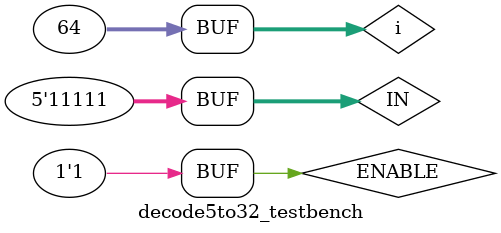
<source format=sv>
/* NAME					|	decode5to32.sv
	-------------------------------------------------------------------------------------------------
	DESCRIPTION       |  Converts 5 bit data to 32 bit data
 ---------------------------------------------------------------------------------------------------
	PARAMETERS			|	TYPE					|	DESCRIPTION					
 ---------------------------------------------------------------------------------------------------
	OUT		         |	OUTPUT [31:0]		|	32-bit interpretation of the input
	IN						|	INPUT	 [4:0]		|	Data to be decoded, from 5 to 32 bit
	ENABLE				|	INPUT  				| 	Determines if the decoder is on or off
	#################################################################################################
	AUTHOR            | Minhhue H Khuu
	ASSIGNMENT			| Lab 1: Register File
	CLASS					| EE 471
	DATE					| 01/16/2015
	#################################################################################################
*/ 
module decode5to32(IN, OUT, ENABLE);
	
	// ports
	input [4:0] IN;
	input ENABLE;
	output [31:0] OUT;
	
	// wire
	wire [3:0] dec2to4OUT;
	
	// 3:8 decoders
	decode3to8 d38_0 (.IN(IN[2:0]), .OUT(OUT[7:0]),		.ENABLE(dec2to4OUT[0]));
	decode3to8 d38_1 (.IN(IN[2:0]), .OUT(OUT[15:8]), 	.ENABLE(dec2to4OUT[1]));
	decode3to8 d38_2 (.IN(IN[2:0]), .OUT(OUT[23:16]), 	.ENABLE(dec2to4OUT[2]));
	decode3to8 d38_3 (.IN(IN[2:0]), .OUT(OUT[31:24]), 	.ENABLE(dec2to4OUT[3]));
	
	// 2:4 decoder
	decode2to4 d24_0 (.IN(IN[4:3]), .OUT(dec2to4OUT), 	.ENABLE(ENABLE));
	
endmodule


// test
module decode5to32_testbench();
	reg [4:0] IN;
	reg ENABLE;
	wire [31:0] OUT;

	decode5to32 dut (.IN, .OUT, .ENABLE);

	integer i;
	initial begin
		for(i=0; i<64; i++) begin
			{IN, ENABLE} = i; #10;
		end
	end

endmodule
</source>
